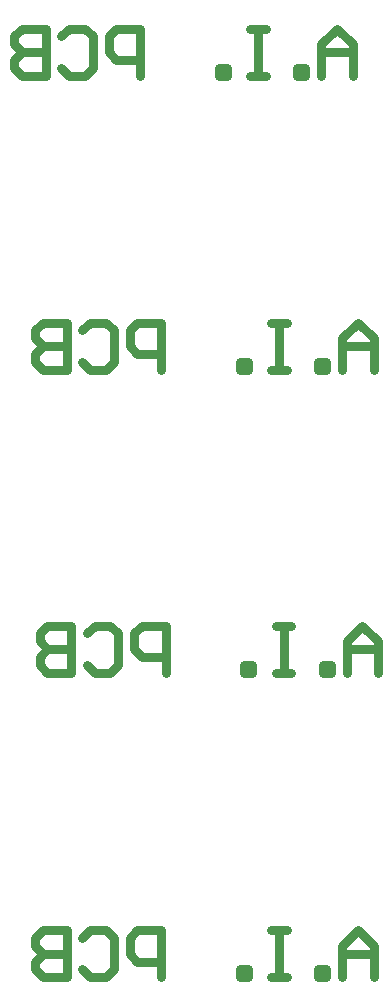
<source format=gbo>
G04 Layer_Color=32896*
%FSLAX25Y25*%
%MOIN*%
G70*
G01*
G75*
%ADD32C,0.03150*%
D32*
X274000Y150500D02*
Y160995D01*
X268752Y166243D01*
X263505Y160995D01*
Y150500D01*
Y158371D01*
X274000D01*
X258257Y150500D02*
Y153124D01*
X255633D01*
Y150500D01*
X258257D01*
X245138Y166243D02*
X239890D01*
X242514D01*
Y150500D01*
X245138D01*
X239890D01*
X232019D02*
Y153124D01*
X229395D01*
Y150500D01*
X232019D01*
X203157D02*
Y166243D01*
X195285D01*
X192661Y163619D01*
Y158371D01*
X195285Y155748D01*
X203157D01*
X176918Y163619D02*
X179542Y166243D01*
X184790D01*
X187414Y163619D01*
Y153124D01*
X184790Y150500D01*
X179542D01*
X176918Y153124D01*
X171671Y166243D02*
Y150500D01*
X163799D01*
X161176Y153124D01*
Y155748D01*
X163799Y158371D01*
X171671D01*
X163799D01*
X161176Y160995D01*
Y163619D01*
X163799Y166243D01*
X171671D01*
X272500Y251500D02*
Y261995D01*
X267252Y267243D01*
X262005Y261995D01*
Y251500D01*
Y259371D01*
X272500D01*
X256757Y251500D02*
Y254124D01*
X254133D01*
Y251500D01*
X256757D01*
X243638Y267243D02*
X238390D01*
X241014D01*
Y251500D01*
X243638D01*
X238390D01*
X230519D02*
Y254124D01*
X227895D01*
Y251500D01*
X230519D01*
X201657D02*
Y267243D01*
X193785D01*
X191162Y264619D01*
Y259371D01*
X193785Y256748D01*
X201657D01*
X175418Y264619D02*
X178042Y267243D01*
X183290D01*
X185914Y264619D01*
Y254124D01*
X183290Y251500D01*
X178042D01*
X175418Y254124D01*
X170171Y267243D02*
Y251500D01*
X162299D01*
X159676Y254124D01*
Y256748D01*
X162299Y259371D01*
X170171D01*
X162299D01*
X159676Y261995D01*
Y264619D01*
X162299Y267243D01*
X170171D01*
X265500Y349500D02*
Y359995D01*
X260252Y365243D01*
X255005Y359995D01*
Y349500D01*
Y357371D01*
X265500D01*
X249757Y349500D02*
Y352124D01*
X247133D01*
Y349500D01*
X249757D01*
X236638Y365243D02*
X231390D01*
X234014D01*
Y349500D01*
X236638D01*
X231390D01*
X223519D02*
Y352124D01*
X220895D01*
Y349500D01*
X223519D01*
X194657D02*
Y365243D01*
X186785D01*
X184161Y362619D01*
Y357371D01*
X186785Y354748D01*
X194657D01*
X168419Y362619D02*
X171042Y365243D01*
X176290D01*
X178914Y362619D01*
Y352124D01*
X176290Y349500D01*
X171042D01*
X168419Y352124D01*
X163171Y365243D02*
Y349500D01*
X155299D01*
X152676Y352124D01*
Y354748D01*
X155299Y357371D01*
X163171D01*
X155299D01*
X152676Y359995D01*
Y362619D01*
X155299Y365243D01*
X163171D01*
X272500Y49000D02*
Y59495D01*
X267252Y64743D01*
X262005Y59495D01*
Y49000D01*
Y56871D01*
X272500D01*
X256757Y49000D02*
Y51624D01*
X254133D01*
Y49000D01*
X256757D01*
X243638Y64743D02*
X238390D01*
X241014D01*
Y49000D01*
X243638D01*
X238390D01*
X230519D02*
Y51624D01*
X227895D01*
Y49000D01*
X230519D01*
X201657D02*
Y64743D01*
X193785D01*
X191162Y62119D01*
Y56871D01*
X193785Y54248D01*
X201657D01*
X175418Y62119D02*
X178042Y64743D01*
X183290D01*
X185914Y62119D01*
Y51624D01*
X183290Y49000D01*
X178042D01*
X175418Y51624D01*
X170171Y64743D02*
Y49000D01*
X162299D01*
X159676Y51624D01*
Y54248D01*
X162299Y56871D01*
X170171D01*
X162299D01*
X159676Y59495D01*
Y62119D01*
X162299Y64743D01*
X170171D01*
M02*

</source>
